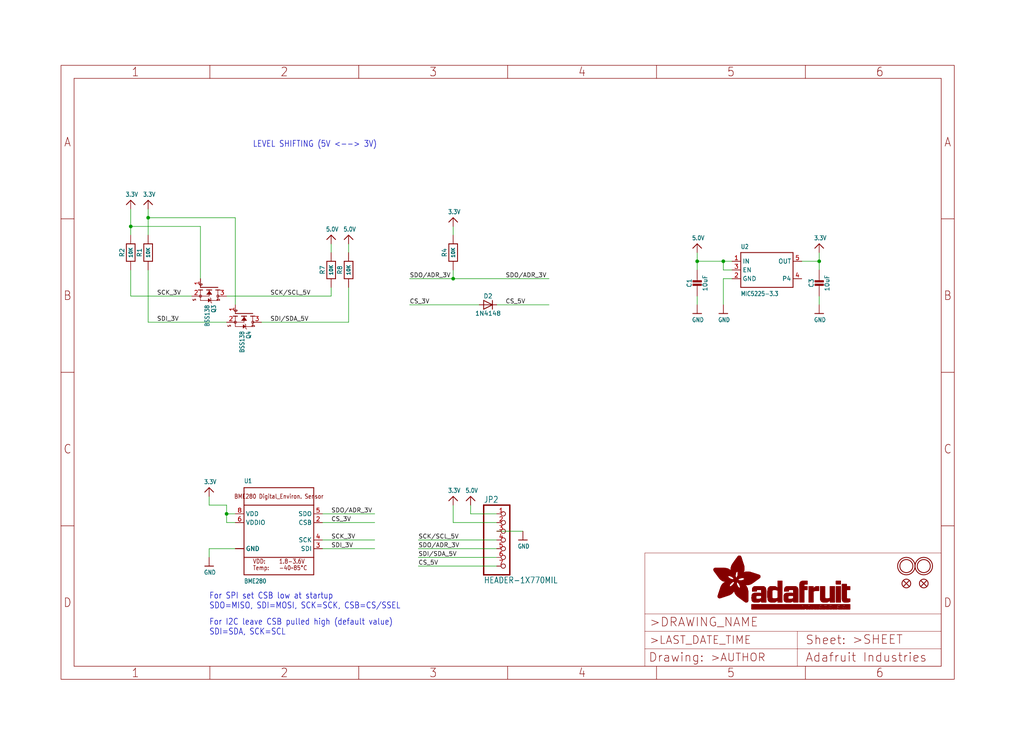
<source format=kicad_sch>
(kicad_sch (version 20211123) (generator eeschema)
  (paper "User" 298.45 217.881)
  (lib_symbols
    (symbol "schematicEagle-eagle-import:3.3V" (power)
      (property "Value" "3.3V" (at -1.524 1.016 0))
      (symbol "3.3V_1_0"
        (pin power_in line (at 0 -2.54 90) (length 2.54) (name "3.3V") (number "1"))
      )
    )
    (symbol "schematicEagle-eagle-import:5.0V" (power)
      (property "Value" "5.0V" (at -1.524 1.016 0))
      (symbol "5.0V_1_0"
        (pin power_in line (at 0 -2.54 90) (length 2.54) (name "5.0V") (number "1"))
      )
    )
    (symbol "schematicEagle-eagle-import:BME280"
      (property "Reference" "U" (at -10.16 13.97 0))
      (property "Value" "BME280" (at -10.16 -15.24 0))
      (symbol "BME280_1_0"
        (text "-40~85°C" (at 0 -11.43 0) (effects (font (size 1.27 1.0795)) (justify left bottom)))
        (text "1.8-3.6V" (at 0 -9.525 0) (effects (font (size 1.27 1.0795)) (justify left bottom)))
        (text "BME280 Digital_Environ. Sensor" (at 0 10.16 0) (effects (font (size 1.27 1.0795))))
        (text "Temp:" (at -7.62 -11.43 0) (effects (font (size 1.27 1.0795)) (justify left bottom)))
        (text "VDD:" (at -7.62 -9.525 0) (effects (font (size 1.27 1.0795)) (justify left bottom)))
        (pin power_in line (at -12.7 -5.08 0) (length 2.54) (name "GND") (number "1"))
        (pin input line (at 12.7 2.54 180) (length 2.54) (name "CSB") (number "2"))
        (pin input line (at 12.7 -5.08 180) (length 2.54) (name "SDI") (number "3"))
        (pin input line (at 12.7 -2.54 180) (length 2.54) (name "SCK") (number "4"))
        (pin output line (at 12.7 5.08 180) (length 2.54) (name "SDO") (number "5"))
        (pin power_in line (at -12.7 2.54 0) (length 2.54) (name "VDDIO") (number "6"))
        (pin power_in line (at -12.7 -5.08 0) (length 2.54) (name "GND") (number "7"))
        (pin power_in line (at -12.7 5.08 0) (length 2.54) (name "VDD") (number "8"))
      )
    )
    (symbol "schematicEagle-eagle-import:CAP_CERAMIC0805-NOOUTLINE"
      (property "Reference" "C" (at -2.29 1.25 90))
      (property "Value" "CAP_CERAMIC0805-NOOUTLINE" (at 2.3 1.25 90))
      (symbol "CAP_CERAMIC0805-NOOUTLINE_1_0"
        (pin passive line (at 0 5.08 270) (length 2.54) (name "1") (number "1"))
        (pin passive line (at 0 -2.54 90) (length 2.54) (name "2") (number "2"))
      )
    )
    (symbol "schematicEagle-eagle-import:DIODESOD-323"
      (property "Reference" "D" (at 0 2.54 0))
      (property "Value" "DIODESOD-323" (at 0 -2.5 0))
      (symbol "DIODESOD-323_1_0"
        (pin passive line (at -2.54 0 0) (length 2.54) (name "A") (number "A"))
        (pin passive line (at 2.54 0 180) (length 2.54) (name "C") (number "C"))
      )
    )
    (symbol "schematicEagle-eagle-import:FIDUCIAL{dblquote}{dblquote}")
    (symbol "schematicEagle-eagle-import:FRAME_A4_ADAFRUIT"
      (symbol "FRAME_A4_ADAFRUIT_0_0"
        (text "1" (at 21.6958 1.905 0) (effects (font (size 2.54 2.286))))
        (text "1" (at 21.6958 177.165 0) (effects (font (size 2.54 2.286))))
        (text "2" (at 65.0875 1.905 0) (effects (font (size 2.54 2.286))))
        (text "2" (at 65.0875 177.165 0) (effects (font (size 2.54 2.286))))
        (text "3" (at 108.4792 1.905 0) (effects (font (size 2.54 2.286))))
        (text "3" (at 108.4792 177.165 0) (effects (font (size 2.54 2.286))))
        (text "4" (at 151.8708 1.905 0) (effects (font (size 2.54 2.286))))
        (text "4" (at 151.8708 177.165 0) (effects (font (size 2.54 2.286))))
        (text "5" (at 195.2625 1.905 0) (effects (font (size 2.54 2.286))))
        (text "5" (at 195.2625 177.165 0) (effects (font (size 2.54 2.286))))
        (text "6" (at 238.6542 1.905 0) (effects (font (size 2.54 2.286))))
        (text "6" (at 238.6542 177.165 0) (effects (font (size 2.54 2.286))))
        (text "A" (at 1.905 156.6863 0) (effects (font (size 2.54 2.286))))
        (text "A" (at 258.445 156.6863 0) (effects (font (size 2.54 2.286))))
        (text "B" (at 1.905 111.9188 0) (effects (font (size 2.54 2.286))))
        (text "B" (at 258.445 111.9188 0) (effects (font (size 2.54 2.286))))
        (text "C" (at 1.905 67.1513 0) (effects (font (size 2.54 2.286))))
        (text "C" (at 258.445 67.1513 0) (effects (font (size 2.54 2.286))))
        (text "D" (at 1.905 22.3838 0) (effects (font (size 2.54 2.286))))
        (text "D" (at 258.445 22.3838 0) (effects (font (size 2.54 2.286))))
      )
      (symbol "FRAME_A4_ADAFRUIT_1_0"
        (text ">AUTHOR" (at 189.23 5.08 0) (effects (font (size 2.286 2.286)) (justify left bottom)))
        (text ">DRAWING_NAME" (at 171.45 15.24 0) (effects (font (size 2.54 2.54)) (justify left bottom)))
        (text ">LAST_DATE_TIME" (at 171.45 10.16 0) (effects (font (size 2.286 2.286)) (justify left bottom)))
        (text ">SHEET" (at 230.505 10.16 0) (effects (font (size 2.54 2.54)) (justify left bottom)))
        (text "Adafruit Industries" (at 216.916 4.953 0) (effects (font (size 2.54 2.54)) (justify left bottom)))
        (text "Drawing:" (at 171.196 4.953 0) (effects (font (size 2.54 2.54)) (justify left bottom)))
        (text "Sheet:" (at 216.916 10.033 0) (effects (font (size 2.54 2.54)) (justify left bottom)))
      )
    )
    (symbol "schematicEagle-eagle-import:GND" (power)
      (property "Value" "GND" (at -1.524 -2.54 0))
      (symbol "GND_1_0"
        (pin power_in line (at 0 2.54 270) (length 2.54) (name "GND") (number "1"))
      )
    )
    (symbol "schematicEagle-eagle-import:HEADER-1X770MIL"
      (property "Reference" "JP" (at -6.35 10.795 0))
      (property "Value" "HEADER-1X770MIL" (at -6.35 -12.7 0))
      (symbol "HEADER-1X770MIL_1_0"
        (pin passive inverted (at -2.54 7.62 0) (length 2.54) (name "1") (number "1"))
        (pin passive inverted (at -2.54 5.08 0) (length 2.54) (name "2") (number "2"))
        (pin passive inverted (at -2.54 2.54 0) (length 2.54) (name "3") (number "3"))
        (pin passive inverted (at -2.54 0 0) (length 2.54) (name "4") (number "4"))
        (pin passive inverted (at -2.54 -2.54 0) (length 2.54) (name "5") (number "5"))
        (pin passive inverted (at -2.54 -5.08 0) (length 2.54) (name "6") (number "6"))
        (pin passive inverted (at -2.54 -7.62 0) (length 2.54) (name "7") (number "7"))
      )
    )
    (symbol "schematicEagle-eagle-import:MOSFET-NWIDE"
      (property "Reference" "Q" (at 5.08 0.635 0))
      (property "Value" "MOSFET-NWIDE" (at 5.08 -1.27 0))
      (symbol "MOSFET-NWIDE_1_0"
        (text "D" (at 3.175 3.175 0) (effects (font (size 0.8128 0.6908)) (justify left bottom)))
        (text "G" (at -1.27 -1.905 0) (effects (font (size 0.8128 0.6908)) (justify left bottom)))
        (text "S" (at 3.175 -3.81 0) (effects (font (size 0.8128 0.6908)) (justify left bottom)))
        (pin bidirectional line (at -2.54 -2.54 0) (length 2.54) (name "G") (number "1"))
        (pin bidirectional line (at 2.54 -5.08 90) (length 2.54) (name "S") (number "2"))
        (pin bidirectional line (at 2.54 5.08 270) (length 2.54) (name "D") (number "3"))
      )
    )
    (symbol "schematicEagle-eagle-import:MOUNTINGHOLE2.0")
    (symbol "schematicEagle-eagle-import:RESISTOR0805_NOOUTLINE"
      (property "Reference" "R" (at 0 2.54 0))
      (property "Value" "RESISTOR0805_NOOUTLINE" (at 0 0 0))
      (symbol "RESISTOR0805_NOOUTLINE_1_0"
        (pin passive line (at -5.08 0 0) (length 2.54) (name "1") (number "1"))
        (pin passive line (at 5.08 0 180) (length 2.54) (name "2") (number "2"))
      )
    )
    (symbol "schematicEagle-eagle-import:RESISTOR_0805MP"
      (property "Reference" "R" (at 0 2.54 0))
      (property "Value" "RESISTOR_0805MP" (at 0 0 0))
      (symbol "RESISTOR_0805MP_1_0"
        (pin passive line (at -5.08 0 0) (length 2.54) (name "1") (number "1"))
        (pin passive line (at 5.08 0 180) (length 2.54) (name "2") (number "2"))
      )
    )
    (symbol "schematicEagle-eagle-import:VREG_SOT23-5"
      (property "Reference" "U" (at -7.62 6.096 0))
      (property "Value" "VREG_SOT23-5" (at -7.62 -7.62 0))
      (symbol "VREG_SOT23-5_1_0"
        (pin power_in line (at -10.16 2.54 0) (length 2.54) (name "IN") (number "1"))
        (pin power_in line (at -10.16 -2.54 0) (length 2.54) (name "GND") (number "2"))
        (pin input line (at -10.16 0 0) (length 2.54) (name "EN") (number "3"))
        (pin bidirectional line (at 10.16 -2.54 180) (length 2.54) (name "P4") (number "4"))
        (pin power_in line (at 10.16 2.54 180) (length 2.54) (name "OUT") (number "5"))
      )
    )
  )
  (junction (at 43.18 63.5))
  (junction (at 38.1 66.04))
  (junction (at 66.04 149.86))
  (junction (at 203.2 76.2))
  (junction (at 210.82 76.2))
  (junction (at 238.76 76.2))
  (junction (at 132.08 81.28))
  (wire (pts (xy 144.78 149.86) (xy 137.16 149.86)))
  (wire (pts (xy 213.36 78.74) (xy 210.82 78.74)))
  (wire (pts (xy 43.18 63.5) (xy 43.18 60.96)))
  (wire (pts (xy 137.16 149.86) (xy 137.16 147.32)))
  (wire (pts (xy 96.52 73.66) (xy 96.52 71.12)))
  (wire (pts (xy 66.04 86.36) (xy 96.52 86.36)))
  (wire (pts (xy 203.2 76.2) (xy 203.2 73.66)))
  (wire (pts (xy 60.96 160.02) (xy 68.58 160.02)))
  (wire (pts (xy 93.98 149.86) (xy 109.22 149.86)))
  (wire (pts (xy 144.78 165.1) (xy 121.92 165.1)))
  (wire (pts (xy 203.2 76.2) (xy 203.2 78.74)))
  (wire (pts (xy 58.42 81.28) (xy 58.42 66.04)))
  (wire (pts (xy 55.88 86.36) (xy 38.1 86.36)))
  (wire (pts (xy 93.98 160.02) (xy 109.22 160.02)))
  (wire (pts (xy 66.04 149.86) (xy 66.04 152.4)))
  (wire (pts (xy 213.36 76.2) (xy 210.82 76.2)))
  (wire (pts (xy 144.78 154.94) (xy 152.4 154.94)))
  (wire (pts (xy 144.78 157.48) (xy 121.92 157.48)))
  (wire (pts (xy 38.1 86.36) (xy 38.1 78.74)))
  (wire (pts (xy 144.78 152.4) (xy 132.08 152.4)))
  (wire (pts (xy 139.7 88.9) (xy 119.38 88.9)))
  (wire (pts (xy 101.6 73.66) (xy 101.6 71.12)))
  (wire (pts (xy 60.96 160.02) (xy 60.96 162.56)))
  (wire (pts (xy 101.6 93.98) (xy 101.6 83.82)))
  (wire (pts (xy 238.76 86.36) (xy 238.76 88.9)))
  (wire (pts (xy 66.04 152.4) (xy 68.58 152.4)))
  (wire (pts (xy 238.76 76.2) (xy 238.76 78.74)))
  (wire (pts (xy 210.82 78.74) (xy 210.82 76.2)))
  (wire (pts (xy 68.58 63.5) (xy 43.18 63.5)))
  (wire (pts (xy 66.04 93.98) (xy 43.18 93.98)))
  (wire (pts (xy 132.08 81.28) (xy 160.02 81.28)))
  (wire (pts (xy 144.78 162.56) (xy 121.92 162.56)))
  (wire (pts (xy 210.82 76.2) (xy 203.2 76.2)))
  (wire (pts (xy 43.18 68.58) (xy 43.18 63.5)))
  (wire (pts (xy 60.96 144.78) (xy 60.96 147.32)))
  (wire (pts (xy 210.82 81.28) (xy 210.82 88.9)))
  (wire (pts (xy 132.08 81.28) (xy 119.38 81.28)))
  (wire (pts (xy 144.78 88.9) (xy 160.02 88.9)))
  (wire (pts (xy 38.1 66.04) (xy 38.1 68.58)))
  (wire (pts (xy 68.58 149.86) (xy 66.04 149.86)))
  (wire (pts (xy 233.68 76.2) (xy 238.76 76.2)))
  (wire (pts (xy 66.04 147.32) (xy 66.04 149.86)))
  (wire (pts (xy 132.08 152.4) (xy 132.08 147.32)))
  (wire (pts (xy 144.78 160.02) (xy 121.92 160.02)))
  (wire (pts (xy 93.98 152.4) (xy 109.22 152.4)))
  (wire (pts (xy 58.42 66.04) (xy 38.1 66.04)))
  (wire (pts (xy 109.22 157.48) (xy 93.98 157.48)))
  (wire (pts (xy 132.08 78.74) (xy 132.08 81.28)))
  (wire (pts (xy 96.52 86.36) (xy 96.52 83.82)))
  (wire (pts (xy 60.96 147.32) (xy 66.04 147.32)))
  (wire (pts (xy 38.1 66.04) (xy 38.1 60.96)))
  (wire (pts (xy 203.2 86.36) (xy 203.2 88.9)))
  (wire (pts (xy 68.58 88.9) (xy 68.58 63.5)))
  (wire (pts (xy 43.18 93.98) (xy 43.18 78.74)))
  (wire (pts (xy 76.2 93.98) (xy 101.6 93.98)))
  (wire (pts (xy 238.76 76.2) (xy 238.76 73.66)))
  (wire (pts (xy 213.36 81.28) (xy 210.82 81.28)))
  (wire (pts (xy 132.08 66.04) (xy 132.08 68.58)))
  (text "LEVEL SHIFTING (5V <--> 3V)" (at 73.66 43.18 180) (effects (font (size 1.778 1.5113)) (justify left bottom)))
  (text "For I2C leave CSB pulled high (default value)\nSDI=SDA, SCK=SCL" (at 60.96 185.42 0) (effects (font (size 1.778 1.5113)) (justify left bottom)))
  (text "For SPI set CSB low at startup\nSDO=MISO, SDI=MOSI, SCK=SCK, CSB=CS/SSEL" (at 60.96 177.8 0) (effects (font (size 1.778 1.5113)) (justify left bottom)))
  (label "SCK/SCL_5V" (at 78.74 86.36 0) (effects (font (size 1.2446 1.2446))))
  (label "CS_5V" (at 147.32 88.9 0) (effects (font (size 1.2446 1.2446))))
  (label "SCK/SCL_5V" (at 121.92 157.48 0) (effects (font (size 1.2446 1.2446))))
  (label "SDI_3V" (at 45.72 93.98 0) (effects (font (size 1.2446 1.2446))))
  (label "SDO/ADR_3V" (at 96.52 149.86 0) (effects (font (size 1.2446 1.2446))))
  (label "SDO/ADR_3V" (at 121.92 160.02 0) (effects (font (size 1.2446 1.2446))))
  (label "SCK_3V" (at 45.72 86.36 0) (effects (font (size 1.2446 1.2446))))
  (label "SDI_3V" (at 96.52 160.02 0) (effects (font (size 1.2446 1.2446))))
  (label "SDI/SDA_5V" (at 121.92 162.56 0) (effects (font (size 1.2446 1.2446))))
  (label "SDI/SDA_5V" (at 78.74 93.98 0) (effects (font (size 1.2446 1.2446))))
  (label "CS_3V" (at 96.52 152.4 0) (effects (font (size 1.2446 1.2446))))
  (label "SCK_3V" (at 96.52 157.48 0) (effects (font (size 1.2446 1.2446))))
  (label "SDO/ADR_3V" (at 119.38 81.28 0) (effects (font (size 1.2446 1.2446))))
  (label "CS_5V" (at 121.92 165.1 0) (effects (font (size 1.2446 1.2446))))
  (label "CS_3V" (at 119.38 88.9 0) (effects (font (size 1.2446 1.2446))))
  (label "SDO/ADR_3V" (at 147.32 81.28 0) (effects (font (size 1.2446 1.2446))))
  (symbol (lib_id "schematicEagle-eagle-import:5.0V") (at 96.52 68.58 0) (unit 1)
    (property "Reference" "#U$19" (effects hide))
    (property "Value" "5.0V" (at 94.996 67.564 0) (effects (font (size 1.27 1.0795)) (justify left bottom)))
    (property "Footprint" "schematicEagle:" (effects hide))
  )
  (symbol (lib_id "schematicEagle-eagle-import:CAP_CERAMIC0805-NOOUTLINE") (at 238.76 83.82 0) (unit 1)
    (property "Reference" "C3" (at 236.47 82.57 90))
    (property "Value" "10uF" (at 241.06 82.57 90))
    (property "Footprint" "schematicEagle:0805-NO" (effects hide))
  )
  (symbol (lib_id "schematicEagle-eagle-import:RESISTOR0805_NOOUTLINE") (at 96.52 78.74 90) (unit 1)
    (property "Reference" "R7" (at 93.98 78.74 0))
    (property "Value" "10K" (at 96.52 78.74 0) (effects (font (size 1.016 1.016) bold)))
    (property "Footprint" "schematicEagle:0805-NO" (effects hide))
  )
  (symbol (lib_id "schematicEagle-eagle-import:3.3V") (at 38.1 58.42 0) (unit 1)
    (property "Reference" "#U$23" (effects hide))
    (property "Value" "3.3V" (at 36.576 57.404 0) (effects (font (size 1.27 1.0795)) (justify left bottom)))
    (property "Footprint" "schematicEagle:" (effects hide))
  )
  (symbol (lib_id "schematicEagle-eagle-import:GND") (at 238.76 91.44 0) (unit 1)
    (property "Reference" "#U$16" (effects hide))
    (property "Value" "GND" (at 237.236 93.98 0) (effects (font (size 1.27 1.0795)) (justify left bottom)))
    (property "Footprint" "schematicEagle:" (effects hide))
  )
  (symbol (lib_id "schematicEagle-eagle-import:VREG_SOT23-5") (at 223.52 78.74 0) (unit 1)
    (property "Reference" "U2" (at 215.9 72.644 0) (effects (font (size 1.27 1.0795)) (justify left bottom)))
    (property "Value" "MIC5225-3.3" (at 215.9 86.36 0) (effects (font (size 1.27 1.0795)) (justify left bottom)))
    (property "Footprint" "schematicEagle:SOT23-5" (effects hide))
  )
  (symbol (lib_id "schematicEagle-eagle-import:3.3V") (at 132.08 63.5 0) (unit 1)
    (property "Reference" "#U$25" (effects hide))
    (property "Value" "3.3V" (at 130.556 62.484 0) (effects (font (size 1.27 1.0795)) (justify left bottom)))
    (property "Footprint" "schematicEagle:" (effects hide))
  )
  (symbol (lib_id "schematicEagle-eagle-import:GND") (at 152.4 157.48 0) (unit 1)
    (property "Reference" "#U$4" (effects hide))
    (property "Value" "GND" (at 150.876 160.02 0) (effects (font (size 1.27 1.0795)) (justify left bottom)))
    (property "Footprint" "schematicEagle:" (effects hide))
  )
  (symbol (lib_id "schematicEagle-eagle-import:3.3V") (at 238.76 71.12 0) (unit 1)
    (property "Reference" "#U$17" (effects hide))
    (property "Value" "3.3V" (at 237.236 70.104 0) (effects (font (size 1.27 1.0795)) (justify left bottom)))
    (property "Footprint" "schematicEagle:" (effects hide))
  )
  (symbol (lib_id "schematicEagle-eagle-import:MOSFET-NWIDE") (at 60.96 83.82 270) (unit 1)
    (property "Reference" "Q3" (at 61.595 88.9 0) (effects (font (size 1.27 1.0795)) (justify left bottom)))
    (property "Value" "BSS138" (at 59.69 88.9 0) (effects (font (size 1.27 1.0795)) (justify left bottom)))
    (property "Footprint" "schematicEagle:SOT23-WIDE" (effects hide))
  )
  (symbol (lib_id "schematicEagle-eagle-import:3.3V") (at 60.96 142.24 0) (unit 1)
    (property "Reference" "#U$12" (effects hide))
    (property "Value" "3.3V" (at 59.436 141.224 0) (effects (font (size 1.27 1.0795)) (justify left bottom)))
    (property "Footprint" "schematicEagle:" (effects hide))
  )
  (symbol (lib_id "schematicEagle-eagle-import:BME280") (at 81.28 154.94 0) (unit 1)
    (property "Reference" "U1" (at 71.12 140.97 0) (effects (font (size 1.27 1.0795)) (justify left bottom)))
    (property "Value" "BME280" (at 71.12 170.18 0) (effects (font (size 1.27 1.0795)) (justify left bottom)))
    (property "Footprint" "schematicEagle:BME280" (effects hide))
  )
  (symbol (lib_id "schematicEagle-eagle-import:MOUNTINGHOLE2.0") (at 269.24 165.1 0) (unit 1)
    (property "Reference" "U$7" (effects hide))
    (property "Value" "MOUNTINGHOLE2.0" (effects hide))
    (property "Footprint" "schematicEagle:MOUNTINGHOLE_2.0_PLATED" (effects hide))
  )
  (symbol (lib_id "schematicEagle-eagle-import:RESISTOR0805_NOOUTLINE") (at 101.6 78.74 90) (unit 1)
    (property "Reference" "R8" (at 99.06 78.74 0))
    (property "Value" "10K" (at 101.6 78.74 0) (effects (font (size 1.016 1.016) bold)))
    (property "Footprint" "schematicEagle:0805-NO" (effects hide))
  )
  (symbol (lib_id "schematicEagle-eagle-import:RESISTOR0805_NOOUTLINE") (at 43.18 73.66 90) (unit 1)
    (property "Reference" "R1" (at 40.64 73.66 0))
    (property "Value" "10K" (at 43.18 73.66 0) (effects (font (size 1.016 1.016) bold)))
    (property "Footprint" "schematicEagle:0805-NO" (effects hide))
  )
  (symbol (lib_id "schematicEagle-eagle-import:3.3V") (at 43.18 58.42 0) (unit 1)
    (property "Reference" "#U$22" (effects hide))
    (property "Value" "3.3V" (at 41.656 57.404 0) (effects (font (size 1.27 1.0795)) (justify left bottom)))
    (property "Footprint" "schematicEagle:" (effects hide))
  )
  (symbol (lib_id "schematicEagle-eagle-import:5.0V") (at 203.2 71.12 0) (unit 1)
    (property "Reference" "#U$11" (effects hide))
    (property "Value" "5.0V" (at 201.676 70.104 0) (effects (font (size 1.27 1.0795)) (justify left bottom)))
    (property "Footprint" "schematicEagle:" (effects hide))
  )
  (symbol (lib_id "schematicEagle-eagle-import:MOUNTINGHOLE2.0") (at 264.16 165.1 0) (unit 1)
    (property "Reference" "U$8" (effects hide))
    (property "Value" "MOUNTINGHOLE2.0" (effects hide))
    (property "Footprint" "schematicEagle:MOUNTINGHOLE_2.0_PLATED" (effects hide))
  )
  (symbol (lib_id "schematicEagle-eagle-import:DIODESOD-323") (at 142.24 88.9 0) (unit 1)
    (property "Reference" "D2" (at 142.24 86.36 0))
    (property "Value" "1N4148" (at 142.24 91.4 0))
    (property "Footprint" "schematicEagle:SOD-323" (effects hide))
  )
  (symbol (lib_id "schematicEagle-eagle-import:CAP_CERAMIC0805-NOOUTLINE") (at 203.2 83.82 0) (unit 1)
    (property "Reference" "C1" (at 200.91 82.57 90))
    (property "Value" "10uF" (at 205.5 82.57 90))
    (property "Footprint" "schematicEagle:0805-NO" (effects hide))
  )
  (symbol (lib_id "schematicEagle-eagle-import:RESISTOR0805_NOOUTLINE") (at 38.1 73.66 90) (unit 1)
    (property "Reference" "R2" (at 35.56 73.66 0))
    (property "Value" "10K" (at 38.1 73.66 0) (effects (font (size 1.016 1.016) bold)))
    (property "Footprint" "schematicEagle:0805-NO" (effects hide))
  )
  (symbol (lib_id "schematicEagle-eagle-import:GND") (at 203.2 91.44 0) (unit 1)
    (property "Reference" "#U$13" (effects hide))
    (property "Value" "GND" (at 201.676 93.98 0) (effects (font (size 1.27 1.0795)) (justify left bottom)))
    (property "Footprint" "schematicEagle:" (effects hide))
  )
  (symbol (lib_id "schematicEagle-eagle-import:GND") (at 60.96 165.1 0) (unit 1)
    (property "Reference" "#U$3" (effects hide))
    (property "Value" "GND" (at 59.436 167.64 0) (effects (font (size 1.27 1.0795)) (justify left bottom)))
    (property "Footprint" "schematicEagle:" (effects hide))
  )
  (symbol (lib_id "schematicEagle-eagle-import:5.0V") (at 137.16 144.78 0) (unit 1)
    (property "Reference" "#U$9" (effects hide))
    (property "Value" "5.0V" (at 135.636 143.764 0) (effects (font (size 1.27 1.0795)) (justify left bottom)))
    (property "Footprint" "schematicEagle:" (effects hide))
  )
  (symbol (lib_id "schematicEagle-eagle-import:FRAME_A4_ADAFRUIT") (at 17.78 198.12 0) (unit 1)
    (property "Reference" "#U$1" (effects hide))
    (property "Value" "FRAME_A4_ADAFRUIT" (effects hide))
    (property "Footprint" "schematicEagle:" (effects hide))
  )
  (symbol (lib_id "schematicEagle-eagle-import:HEADER-1X770MIL") (at 147.32 157.48 0) (unit 1)
    (property "Reference" "JP2" (at 140.97 146.685 0) (effects (font (size 1.778 1.5113)) (justify left bottom)))
    (property "Value" "HEADER-1X770MIL" (at 140.97 170.18 0) (effects (font (size 1.778 1.5113)) (justify left bottom)))
    (property "Footprint" "schematicEagle:1X07_ROUND_70" (effects hide))
  )
  (symbol (lib_id "schematicEagle-eagle-import:FIDUCIAL{dblquote}{dblquote}") (at 269.24 170.18 0) (unit 1)
    (property "Reference" "U$15" (effects hide))
    (property "Value" "FIDUCIAL{dblquote}{dblquote}" (effects hide))
    (property "Footprint" "schematicEagle:FIDUCIAL_1MM" (effects hide))
  )
  (symbol (lib_id "schematicEagle-eagle-import:GND") (at 210.82 91.44 0) (unit 1)
    (property "Reference" "#U$14" (effects hide))
    (property "Value" "GND" (at 209.296 93.98 0) (effects (font (size 1.27 1.0795)) (justify left bottom)))
    (property "Footprint" "schematicEagle:" (effects hide))
  )
  (symbol (lib_id "schematicEagle-eagle-import:3.3V") (at 132.08 144.78 0) (unit 1)
    (property "Reference" "#U$10" (effects hide))
    (property "Value" "3.3V" (at 130.556 143.764 0) (effects (font (size 1.27 1.0795)) (justify left bottom)))
    (property "Footprint" "schematicEagle:" (effects hide))
  )
  (symbol (lib_id "schematicEagle-eagle-import:MOSFET-NWIDE") (at 71.12 91.44 270) (unit 1)
    (property "Reference" "Q4" (at 71.755 96.52 0) (effects (font (size 1.27 1.0795)) (justify left bottom)))
    (property "Value" "BSS138" (at 69.85 96.52 0) (effects (font (size 1.27 1.0795)) (justify left bottom)))
    (property "Footprint" "schematicEagle:SOT23-WIDE" (effects hide))
  )
  (symbol (lib_id "schematicEagle-eagle-import:RESISTOR_0805MP") (at 132.08 73.66 90) (unit 1)
    (property "Reference" "R4" (at 129.54 73.66 0))
    (property "Value" "10K" (at 132.08 73.66 0) (effects (font (size 1.016 1.016) bold)))
    (property "Footprint" "schematicEagle:_0805MP" (effects hide))
  )
  (symbol (lib_id "schematicEagle-eagle-import:5.0V") (at 101.6 68.58 0) (unit 1)
    (property "Reference" "#U$18" (effects hide))
    (property "Value" "5.0V" (at 100.076 67.564 0) (effects (font (size 1.27 1.0795)) (justify left bottom)))
    (property "Footprint" "schematicEagle:" (effects hide))
  )
  (symbol (lib_id "schematicEagle-eagle-import:FIDUCIAL{dblquote}{dblquote}") (at 264.16 170.18 0) (unit 1)
    (property "Reference" "U$5" (effects hide))
    (property "Value" "FIDUCIAL{dblquote}{dblquote}" (effects hide))
    (property "Footprint" "schematicEagle:FIDUCIAL_1MM" (effects hide))
  )
)
</source>
